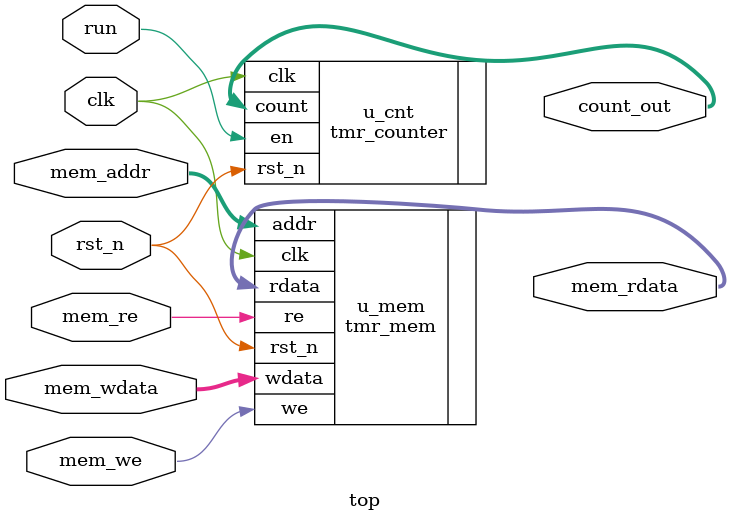
<source format=v>
module top #(
  parameter W = 8,
  parameter AW = 8,
  parameter DW = 8
)(
  input              clk,
  input              rst_n,
  input              run,
  // Memory simple passthrough control for demo
  input              mem_we,
  input              mem_re,
  input      [AW-1:0] mem_addr,
  input      [DW-1:0] mem_wdata,
  output     [DW-1:0] mem_rdata,
  output     [W-1:0]  count_out
);
  // TMR-protected counter
  tmr_counter #(.W(W)) u_cnt (
    .clk(clk),
    .rst_n(rst_n),
    .en(run),
    .count(count_out)
  );

  // TMR-protected memory
  tmr_mem #(.ADDR_W(AW), .DATA_W(DW)) u_mem (
    .clk(clk),
    .rst_n(rst_n),
    .we(mem_we),
    .addr(mem_addr),
    .wdata(mem_wdata),
    .re(mem_re),
    .rdata(mem_rdata)
  );
endmodule

</source>
